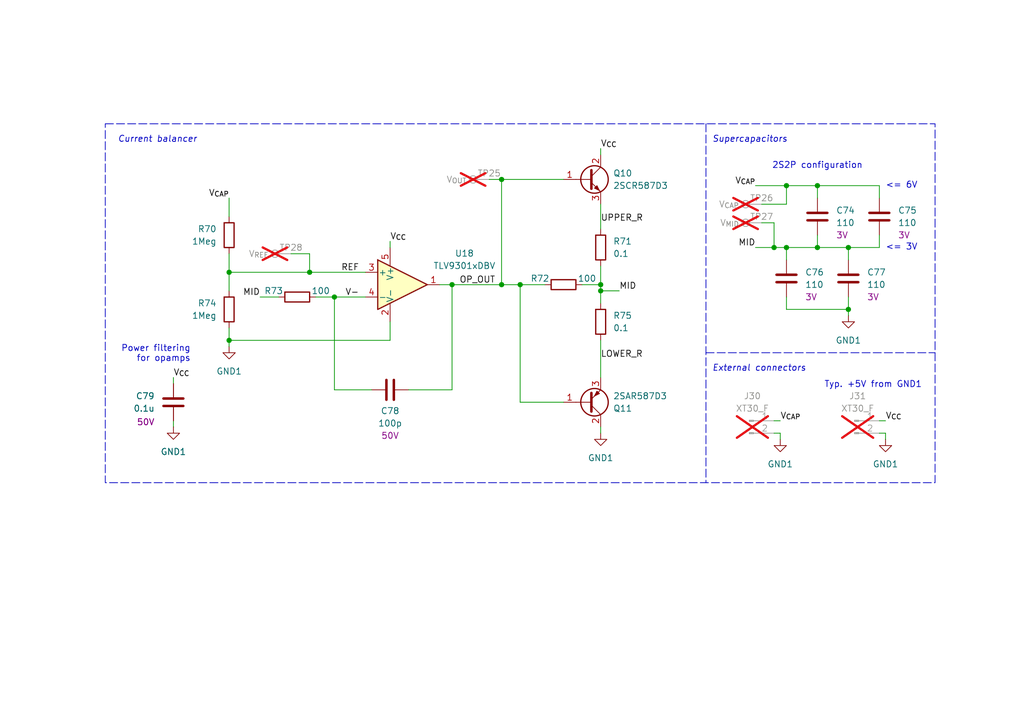
<source format=kicad_sch>
(kicad_sch (version 20250114) (generator "eeschema") (generator_version "9.0")
  (paper "A5")
  (title_block (title "Supercapacitor + Balancing") (date "2025-02-12") (rev "1") (company "UT Robomaster") (comment 1 "Robomaster"))
  (lib_symbols
    (symbol "Amplifier_Operational:TLV9301xDBV" (pin_names (offset 0.127))
      (property "Reference" "U" (at -1.27 6.35 0))
      (property "Value" "TLV9301xDBV" (at -1.27 3.81 0))
      (symbol "TLV9301xDBV_0_1"
        (polyline (pts (xy -5.08 5.08) (xy 5.08 0) (xy -5.08 -5.08) (xy -5.08 5.08)) (stroke (width 0.254)) (fill (type background)))
        (pin power_in line (at -2.54 7.62 270) (length 3.81) (name "V+") (number "5"))
        (pin power_in line (at -2.54 -7.62 90) (length 3.81) (name "V-") (number "2"))
      )
      (symbol "TLV9301xDBV_1_1"
        (pin input line (at -7.62 2.54 0) (length 2.54) (name "+") (number "3"))
        (pin input line (at -7.62 -2.54 0) (length 2.54) (name "-") (number "4"))
        (pin output line (at 7.62 0 180) (length 2.54) (name "~") (number "1"))
      )
    )
    (symbol "Connector:Conn_01x02_Pin" (pin_names (offset 1.016) (hide yes))
      (property "Reference" "J" (at 0 2.54 0))
      (property "Value" "Conn_01x02_Pin" (at 0 -5.08 0))
      (symbol "Conn_01x02_Pin_1_1"
        (rectangle (start 0.8636 0.127) (end 0 -0.127) (stroke (width 0.1524)) (fill (type outline)))
        (rectangle (start 0.8636 -2.413) (end 0 -2.667) (stroke (width 0.1524)) (fill (type outline)))
        (polyline (pts (xy 1.27 0) (xy 0.8636 0)) (stroke (width 0.1524)))
        (polyline (pts (xy 1.27 -2.54) (xy 0.8636 -2.54)) (stroke (width 0.1524)))
        (pin passive line (at 5.08 0 180) (length 3.81) (name "Pin_1") (number "1"))
        (pin passive line (at 5.08 -2.54 180) (length 3.81) (name "Pin_2") (number "2"))
      )
    )
    (symbol "Connector:TestPoint" (pin_numbers (hide yes)) (pin_names (offset 0.762) (hide yes))
      (property "Reference" "TP" (at 0 6.858 0))
      (property "Value" "TestPoint" (at 0 5.08 0))
      (symbol "TestPoint_0_1"
        (circle (center 0 3.302) (radius 0.762))
      )
      (symbol "TestPoint_1_1"
        (pin passive line (at 0 0 90) (length 2.54) (name "1") (number "1"))
      )
    )
    (symbol "Device:C" (pin_numbers (hide yes)) (pin_names (offset 0.254))
      (property "Reference" "C" (at 0.635 2.54 0))
      (property "Value" "C" (at 0.635 -2.54 0))
      (symbol "C_0_1"
        (polyline (pts (xy -2.032 0.762) (xy 2.032 0.762)) (stroke (width 0.508)))
        (polyline (pts (xy -2.032 -0.762) (xy 2.032 -0.762)) (stroke (width 0.508)))
      )
      (symbol "C_1_1"
        (pin passive line (at 0 3.81 270) (length 2.794) (name "~") (number "1"))
        (pin passive line (at 0 -3.81 90) (length 2.794) (name "~") (number "2"))
      )
    )
    (symbol "Device:R" (pin_numbers (hide yes)) (pin_names (offset 0))
      (property "Reference" "R" (at 2.032 0 90))
      (property "Value" "R" (at 0 0 90))
      (symbol "R_0_1"
        (rectangle (start -1.016 -2.54) (end 1.016 2.54) (stroke (width 0.254)))
      )
      (symbol "R_1_1"
        (pin passive line (at 0 3.81 270) (length 1.27) (name "~") (number "1"))
        (pin passive line (at 0 -3.81 90) (length 1.27) (name "~") (number "2"))
      )
    )
    (symbol "Transistor_BJT:Q_NPN_BCE" (pin_names (offset 0) (hide yes))
      (property "Reference" "Q" (at 5.08 1.27 0))
      (property "Value" "Q_NPN_BCE" (at 5.08 -1.27 0))
      (symbol "Q_NPN_BCE_0_1"
        (polyline (pts (xy -2.54 0) (xy 0.635 0)))
        (polyline (pts (xy 0.635 1.905) (xy 0.635 -1.905)) (stroke (width 0.508)))
        (circle (center 1.27 0) (radius 2.8194) (stroke (width 0.254)))
      )
      (symbol "Q_NPN_BCE_1_1"
        (polyline (pts (xy 0.635 0.635) (xy 2.54 2.54)))
        (polyline (pts (xy 0.635 -0.635) (xy 2.54 -2.54)))
        (polyline (pts (xy 1.27 -1.778) (xy 1.778 -1.27) (xy 2.286 -2.286) (xy 1.27 -1.778)) (fill (type outline)))
        (pin input line (at -5.08 0 0) (length 2.54) (name "B") (number "1"))
        (pin passive line (at 2.54 5.08 270) (length 2.54) (name "C") (number "2"))
        (pin passive line (at 2.54 -5.08 90) (length 2.54) (name "E") (number "3"))
      )
    )
    (symbol "Transistor_BJT:Q_PNP_BCE" (pin_names (offset 0) (hide yes))
      (property "Reference" "Q" (at 5.08 1.27 0))
      (property "Value" "Q_PNP_BCE" (at 5.08 -1.27 0))
      (symbol "Q_PNP_BCE_0_1"
        (polyline (pts (xy -2.54 0) (xy 0.635 0)))
        (polyline (pts (xy 0.635 1.905) (xy 0.635 -1.905)) (stroke (width 0.508)))
        (polyline (pts (xy 0.635 0.635) (xy 2.54 2.54)))
        (polyline (pts (xy 0.635 -0.635) (xy 2.54 -2.54)))
        (circle (center 1.27 0) (radius 2.8194) (stroke (width 0.254)))
        (polyline (pts (xy 2.286 -1.778) (xy 1.778 -2.286) (xy 1.27 -1.27) (xy 2.286 -1.778)) (fill (type outline)))
      )
      (symbol "Q_PNP_BCE_1_1"
        (pin input line (at -5.08 0 0) (length 2.54) (name "B") (number "1"))
        (pin passive line (at 2.54 5.08 270) (length 2.54) (name "C") (number "2"))
        (pin passive line (at 2.54 -5.08 90) (length 2.54) (name "E") (number "3"))
      )
    )
    (symbol "power:GND1" (power) (pin_numbers (hide yes)) (pin_names (offset 0) (hide yes))
      (property "Value" "GND1" (at 0 -3.81 0))
      (symbol "GND1_0_1"
        (polyline (pts (xy 0 0) (xy 0 -1.27) (xy 1.27 -1.27) (xy 0 -2.54) (xy -1.27 -1.27) (xy 0 -1.27)))
      )
      (symbol "GND1_1_1"
        (pin power_in line (at 0 0 270) (length 0) (name "~") (number "1"))
      )
    )
  )
  (rectangle (start 21.59 25.4) (end 191.77 99.06) (stroke (width 0) (type dash)))
  (text "External connectors" (at 146.05 74.93 0) (effects (font (size 1.27 1.27) (italic yes)) (justify left top)))
  (text "<= 3V" (at 181.61 50.8 0) (effects (font (size 1.27 1.27)) (justify left)))
  (text "Power filtering\nfor opamps" (at 39.116 72.644 0) (effects (font (size 1.27 1.27)) (justify right)))
  (text "2S2P configuration" (at 167.64 34.798 0) (effects (font (size 1.27 1.27)) (justify bottom)))
  (text "Current balancer" (at 24.13 27.94 0) (effects (font (size 1.27 1.27) (italic yes)) (justify left top)))
  (text "<= 6V" (at 181.61 38.1 0) (effects (font (size 1.27 1.27)) (justify left)))
  (text "Typ. +5V from GND1" (at 179.07 79.756 0) (effects (font (size 1.27 1.27)) (justify bottom)))
  (text "Supercapacitors" (at 146.05 27.94 0) (effects (font (size 1.27 1.27) (italic yes)) (justify left top)))
  (junction (at 158.75 50.8))
  (junction (at 123.19 59.69))
  (junction (at 102.87 58.42))
  (junction (at 161.29 50.8))
  (junction (at 123.19 58.42))
  (junction (at 63.5 55.88))
  (junction (at 106.68 58.42))
  (junction (at 173.99 63.5))
  (junction (at 173.99 50.8))
  (junction (at 92.71 58.42))
  (junction (at 46.99 55.88))
  (junction (at 46.99 69.85))
  (junction (at 68.58 60.96))
  (junction (at 102.87 36.83))
  (junction (at 167.64 50.8))
  (junction (at 161.29 38.1))
  (junction (at 167.64 38.1))
  (wire (pts (xy 160.02 88.9) (xy 160.02 90.17)))
  (wire (pts (xy 102.87 58.42) (xy 106.68 58.42)))
  (wire (pts (xy 181.61 88.9) (xy 181.61 90.17)))
  (wire (pts (xy 68.58 60.96) (xy 74.93 60.96)))
  (wire (pts (xy 92.71 58.42) (xy 92.71 80.01)))
  (wire (pts (xy 167.64 38.1) (xy 167.64 40.64)))
  (wire (pts (xy 180.34 88.9) (xy 181.61 88.9)))
  (wire (pts (xy 123.19 59.69) (xy 123.19 62.23)))
  (wire (pts (xy 161.29 50.8) (xy 161.29 53.34)))
  (wire (pts (xy 106.68 58.42) (xy 111.76 58.42)))
  (wire (pts (xy 115.57 82.55) (xy 106.68 82.55)))
  (wire (pts (xy 173.99 63.5) (xy 173.99 64.77)))
  (wire (pts (xy 161.29 60.96) (xy 161.29 63.5)))
  (polyline (pts (xy 144.78 25.4) (xy 144.78 99.06)) (stroke (width 0) (type dash)))
  (wire (pts (xy 123.19 54.61) (xy 123.19 58.42)))
  (wire (pts (xy 123.19 30.48) (xy 123.19 31.75)))
  (wire (pts (xy 80.01 69.85) (xy 46.99 69.85)))
  (polyline (pts (xy 144.78 72.39) (xy 191.77 72.39)) (stroke (width 0) (type dash)))
  (wire (pts (xy 173.99 50.8) (xy 180.34 50.8)))
  (wire (pts (xy 180.34 50.8) (xy 180.34 48.26)))
  (wire (pts (xy 92.71 58.42) (xy 90.17 58.42)))
  (wire (pts (xy 123.19 58.42) (xy 119.38 58.42)))
  (wire (pts (xy 158.75 45.72) (xy 158.75 50.8)))
  (wire (pts (xy 123.19 69.85) (xy 123.19 77.47)))
  (wire (pts (xy 35.56 86.36) (xy 35.56 87.63)))
  (wire (pts (xy 100.33 36.83) (xy 102.87 36.83)))
  (wire (pts (xy 123.19 58.42) (xy 123.19 59.69)))
  (wire (pts (xy 80.01 66.04) (xy 80.01 69.85)))
  (wire (pts (xy 46.99 67.31) (xy 46.99 69.85)))
  (wire (pts (xy 156.21 45.72) (xy 158.75 45.72)))
  (wire (pts (xy 80.01 49.53) (xy 80.01 50.8)))
  (wire (pts (xy 123.19 87.63) (xy 123.19 88.9)))
  (wire (pts (xy 158.75 50.8) (xy 161.29 50.8)))
  (wire (pts (xy 106.68 82.55) (xy 106.68 58.42)))
  (wire (pts (xy 46.99 69.85) (xy 46.99 71.12)))
  (wire (pts (xy 154.94 50.8) (xy 158.75 50.8)))
  (wire (pts (xy 173.99 53.34) (xy 173.99 50.8)))
  (wire (pts (xy 59.69 52.07) (xy 63.5 52.07)))
  (wire (pts (xy 46.99 52.07) (xy 46.99 55.88)))
  (wire (pts (xy 161.29 38.1) (xy 167.64 38.1)))
  (wire (pts (xy 180.34 86.36) (xy 181.61 86.36)))
  (wire (pts (xy 63.5 52.07) (xy 63.5 55.88)))
  (wire (pts (xy 102.87 36.83) (xy 102.87 58.42)))
  (wire (pts (xy 53.34 60.96) (xy 57.15 60.96)))
  (wire (pts (xy 35.56 77.47) (xy 35.56 78.74)))
  (wire (pts (xy 156.21 41.91) (xy 161.29 41.91)))
  (wire (pts (xy 173.99 63.5) (xy 173.99 60.96)))
  (wire (pts (xy 167.64 50.8) (xy 173.99 50.8)))
  (wire (pts (xy 161.29 63.5) (xy 173.99 63.5)))
  (wire (pts (xy 115.57 36.83) (xy 102.87 36.83)))
  (wire (pts (xy 63.5 55.88) (xy 74.93 55.88)))
  (wire (pts (xy 46.99 55.88) (xy 63.5 55.88)))
  (wire (pts (xy 161.29 50.8) (xy 167.64 50.8)))
  (wire (pts (xy 123.19 59.69) (xy 127 59.69)))
  (wire (pts (xy 161.29 41.91) (xy 161.29 38.1)))
  (wire (pts (xy 158.75 88.9) (xy 160.02 88.9)))
  (wire (pts (xy 123.19 41.91) (xy 123.19 46.99)))
  (wire (pts (xy 154.94 38.1) (xy 161.29 38.1)))
  (wire (pts (xy 180.34 40.64) (xy 180.34 38.1)))
  (wire (pts (xy 68.58 80.01) (xy 76.2 80.01)))
  (wire (pts (xy 68.58 60.96) (xy 68.58 80.01)))
  (wire (pts (xy 83.82 80.01) (xy 92.71 80.01)))
  (wire (pts (xy 46.99 40.64) (xy 46.99 44.45)))
  (wire (pts (xy 46.99 55.88) (xy 46.99 59.69)))
  (wire (pts (xy 158.75 86.36) (xy 160.02 86.36)))
  (wire (pts (xy 64.77 60.96) (xy 68.58 60.96)))
  (wire (pts (xy 92.71 58.42) (xy 102.87 58.42)))
  (wire (pts (xy 167.64 38.1) (xy 180.34 38.1)))
  (wire (pts (xy 167.64 48.26) (xy 167.64 50.8)))
  (label "V-" (at 73.66 60.96 180))
  (label "LOWER_R" (at 123.19 73.66 0))
  (label "V_{CC}" (at 181.61 86.36 0))
  (label "OP_OUT" (at 101.6 58.42 180))
  (label "UPPER_R" (at 123.19 45.72 0))
  (label "MID" (at 127 59.69 0))
  (label "V_{CAP}" (at 154.94 38.1 180))
  (label "MID" (at 154.94 50.8 180))
  (label "MID" (at 53.34 60.96 180))
  (label "V_{CAP}" (at 46.99 40.64 180))
  (label "REF" (at 73.66 55.88 180))
  (label "V_{CC}" (at 35.56 77.47 0))
  (label "V_{CAP}" (at 160.02 86.36 0))
  (label "V_{CC}" (at 123.19 30.48 0))
  (label "V_{CC}" (at 80.01 49.53 0))
  (symbol (lib_id "Connector:TestPoint") (at 59.69 52.07 90) (unit 1) (dnp yes)
    (property "Reference" "TP28" (at 59.69 50.8 90))
    (property "Value" "V_{REF}" (at 55.118 52.07 90) (effects (justify left)))
    (property "Footprint" "TestPoint:TestPoint_Bridge_Pitch2.0mm_Drill0.7mm" (effects (hide yes)))
    (property "Description" "test point" (effects (hide yes)))
  )
  (symbol (lib_id "Device:R") (at 123.19 66.04 0) (unit 1)
    (property "Reference" "R75" (at 125.73 64.7699 0) (effects (justify left)))
    (property "Value" "0.1" (at 125.73 67.3099 0) (effects (justify left)))
    (property "Footprint" "Resistor_SMD:R_1206_3216Metric_Pad1.30x1.75mm_HandSolder" (effects (hide yes)))
    (property "Datasheet" "https://www.eaton.com/content/dam/eaton/products/electronic-components/resources/data-sheet/eaton-mfha-automotive-smd-current-sense-resistor-metal-film-data-sheet-elx1178.pdf" (effects (hide yes)))
    (property "Description" "Resistor" (effects (hide yes)))
    (property "Mouser Part Number" "504-MFHA1206R1000FC" (effects (hide yes)))
  )
  (symbol (lib_id "Amplifier_Operational:TLV9301xDBV") (at 82.55 58.42 0) (unit 1)
    (property "Reference" "U18" (at 95.25 51.9998 0))
    (property "Value" "TLV9301xDBV" (at 95.25 54.5398 0))
    (property "Footprint" "Package_TO_SOT_SMD:SOT-23-5_HandSoldering" (effects (hide yes)))
    (property "Datasheet" "https://www.ti.com/lit/ds/symlink/tlv9301.pdf" (effects (hide yes)))
    (property "Description" "40-V, 1-MHz, RRO Operational Amplifiers for Cost-Sensitive Systems, SOT-23-5" (effects (hide yes)))
    (property "Mouser Part Number" "595-TLV9301IDBVR" (effects (hide yes)))
  )
  (symbol (lib_id "Connector:TestPoint") (at 100.33 36.83 90) (unit 1) (dnp yes)
    (property "Reference" "TP25" (at 100.33 35.56 90))
    (property "Value" "V_{OUT}" (at 95.758 36.83 90) (effects (justify left)))
    (property "Footprint" "TestPoint:TestPoint_Bridge_Pitch2.0mm_Drill0.7mm" (effects (hide yes)))
    (property "Description" "test point" (effects (hide yes)))
  )
  (symbol (lib_id "Device:C") (at 80.01 80.01 90) (unit 1)
    (property "Reference" "C78" (at 80.01 84.328 90))
    (property "Value" "100p" (at 80.01 86.868 90))
    (property "Footprint" "Capacitor_SMD:C_0603_1608Metric_Pad1.08x0.95mm_HandSolder" (effects (hide yes)))
    (property "Description" "Unpolarized capacitor" (effects (hide yes)))
    (property "Mouser Part Number" "77-VJ0603A101KXACBC" (effects (hide yes)))
    (property "Voltage Rating" "50V" (at 80.01 89.408 90))
  )
  (symbol (lib_id "Device:C") (at 161.29 57.15 0) (unit 1)
    (property "Reference" "C76" (at 165.1 55.8799 0) (effects (justify left)))
    (property "Value" "110" (at 165.1 58.4199 0) (effects (justify left)))
    (property "Footprint" "Capacitor_THT:C_Radial_D18.0mm_H35.5mm_P7.50mm" (effects (hide yes)))
    (property "Datasheet" "https://www.mouser.com/datasheet/2/40/AVX_SCC-3084824.pdf" (effects (hide yes)))
    (property "Description" "Supercapacitor" (effects (hide yes)))
    (property "Mouser Part Number" "598-DSF117Q3R0" (effects (hide yes)))
    (property "Voltage Rating" "3V" (at 165.1 60.96 0) (effects (justify left)))
  )
  (symbol (lib_id "power:GND1") (at 46.99 71.12 0) (unit 1)
    (property "Reference" "#PWR0119" (effects (hide yes)))
    (property "Value" "GND1" (at 46.99 76.2 0))
    (property "Description" "Power symbol creates a global label with name \"GND1\" , ground" (effects (hide yes)))
  )
  (symbol (lib_id "Device:C") (at 35.56 82.55 0) (mirror y) (unit 1)
    (property "Reference" "C79" (at 31.75 81.2799 0) (effects (justify left)))
    (property "Value" "0.1u" (at 31.75 83.8199 0) (effects (justify left)))
    (property "Footprint" "Capacitor_SMD:C_0603_1608Metric_Pad1.08x0.95mm_HandSolder" (effects (hide yes)))
    (property "Datasheet" "https://www.mouser.com/datasheet/2/40/KGM_X7R-3223212.pdf" (effects (hide yes)))
    (property "Description" "Unpolarized capacitor" (effects (hide yes)))
    (property "Mouser Part Number" "581-KGM15BR71H104JT" (effects (hide yes)))
    (property "Voltage Rating" "50V" (at 31.75 86.614 0) (effects (justify left)))
  )
  (symbol (lib_id "power:GND1") (at 160.02 90.17 0) (unit 1)
    (property "Reference" "#PWR0122" (effects (hide yes)))
    (property "Value" "GND1" (at 160.02 95.25 0))
    (property "Description" "Power symbol creates a global label with name \"GND1\" , ground" (effects (hide yes)))
  )
  (symbol (lib_id "Connector:Conn_01x02_Pin") (at 175.26 86.36 0) (unit 1) (dnp yes)
    (property "Reference" "J31" (at 175.895 81.28 0))
    (property "Value" "XT30_F" (at 175.895 83.82 0))
    (property "Footprint" "Connector_AMASS:AMASS_XT30U-F_1x02_P5.0mm_Vertical" (effects (hide yes)))
    (property "Description" "Generic connector, single row, 01x02, script generated" (effects (hide yes)))
  )
  (symbol (lib_id "power:GND1") (at 173.99 64.77 0) (unit 1)
    (property "Reference" "#PWR0118" (effects (hide yes)))
    (property "Value" "GND1" (at 173.99 69.85 0))
    (property "Description" "Power symbol creates a global label with name \"GND1\" , ground" (effects (hide yes)))
  )
  (symbol (lib_id "Connector:TestPoint") (at 156.21 41.91 90) (unit 1) (dnp yes)
    (property "Reference" "TP26" (at 156.21 40.64 90))
    (property "Value" "V_{CAP}" (at 151.638 41.91 90) (effects (justify left)))
    (property "Footprint" "TestPoint:TestPoint_Bridge_Pitch2.0mm_Drill0.7mm" (effects (hide yes)))
    (property "Description" "test point" (effects (hide yes)))
  )
  (symbol (lib_id "Device:R") (at 46.99 48.26 0) (mirror y) (unit 1)
    (property "Reference" "R70" (at 44.45 46.9899 0) (effects (justify left)))
    (property "Value" "1Meg" (at 44.45 49.5299 0) (effects (justify left)))
    (property "Footprint" "Resistor_SMD:R_0603_1608Metric_Pad0.98x0.95mm_HandSolder" (effects (hide yes)))
    (property "Datasheet" "https://www.mouser.com/datasheet/2/447/PYu_RC_Group_51_RoHS_L_11-1984063.pdf" (effects (hide yes)))
    (property "Description" "Resistor" (effects (hide yes)))
    (property "Mouser Part Number" "603-RC0603FR-071MP" (effects (hide yes)))
  )
  (symbol (lib_id "Device:C") (at 167.64 44.45 0) (unit 1)
    (property "Reference" "C74" (at 171.45 43.1799 0) (effects (justify left)))
    (property "Value" "110" (at 171.45 45.7199 0) (effects (justify left)))
    (property "Footprint" "Capacitor_THT:C_Radial_D18.0mm_H35.5mm_P7.50mm" (effects (hide yes)))
    (property "Datasheet" "https://www.mouser.com/datasheet/2/40/AVX_SCC-3084824.pdf" (effects (hide yes)))
    (property "Description" "Supercapacitor" (effects (hide yes)))
    (property "Mouser Part Number" "598-DSF117Q3R0" (effects (hide yes)))
    (property "Voltage Rating" "3V" (at 171.45 48.26 0) (effects (justify left)))
  )
  (symbol (lib_id "power:GND1") (at 123.19 88.9 0) (unit 1)
    (property "Reference" "#PWR0121" (effects (hide yes)))
    (property "Value" "GND1" (at 123.19 93.98 0))
    (property "Description" "Power symbol creates a global label with name \"GND1\" , ground" (effects (hide yes)))
  )
  (symbol (lib_id "Connector:Conn_01x02_Pin") (at 153.67 86.36 0) (unit 1) (dnp yes)
    (property "Reference" "J30" (at 154.305 81.28 0))
    (property "Value" "XT30_F" (at 154.305 83.82 0))
    (property "Footprint" "Connector_AMASS:AMASS_XT30U-F_1x02_P5.0mm_Vertical" (effects (hide yes)))
    (property "Description" "Generic connector, single row, 01x02, script generated" (effects (hide yes)))
  )
  (symbol (lib_id "Transistor_BJT:Q_NPN_BCE") (at 120.65 36.83 0) (unit 1)
    (property "Reference" "Q10" (at 125.73 35.5599 0) (effects (justify left)))
    (property "Value" "2SCR587D3" (at 125.73 38.0999 0) (effects (justify left)))
    (property "Footprint" "Package_TO_SOT_SMD:TO-252-2" (effects (hide yes)))
    (property "Datasheet" "https://fscdn.rohm.com/en/products/databook/datasheet/discrete/transistor/bipolar/2scr587d3fratl-e.pdf" (effects (hide yes)))
    (property "Description" "NPN transistor, base/collector/emitter" (effects (hide yes)))
    (property "Mouser Part Number" "755-2SCR587D3FRATL" (effects (hide yes)))
  )
  (symbol (lib_id "Connector:TestPoint") (at 156.21 45.72 90) (unit 1) (dnp yes)
    (property "Reference" "TP27" (at 156.21 44.45 90))
    (property "Value" "V_{MID}" (at 151.638 45.72 90) (effects (justify left)))
    (property "Footprint" "TestPoint:TestPoint_Bridge_Pitch2.0mm_Drill0.7mm" (effects (hide yes)))
    (property "Description" "test point" (effects (hide yes)))
  )
  (symbol (lib_id "Device:C") (at 180.34 44.45 0) (unit 1)
    (property "Reference" "C75" (at 184.15 43.1799 0) (effects (justify left)))
    (property "Value" "110" (at 184.15 45.7199 0) (effects (justify left)))
    (property "Footprint" "Capacitor_THT:C_Radial_D18.0mm_H35.5mm_P7.50mm" (effects (hide yes)))
    (property "Datasheet" "https://www.mouser.com/datasheet/2/40/AVX_SCC-3084824.pdf" (effects (hide yes)))
    (property "Description" "Supercapacitor" (effects (hide yes)))
    (property "Mouser Part Number" "598-DSF117Q3R0" (effects (hide yes)))
    (property "Voltage Rating" "3V" (at 184.15 48.26 0) (effects (justify left)))
  )
  (symbol (lib_id "Device:R") (at 123.19 50.8 0) (unit 1)
    (property "Reference" "R71" (at 125.73 49.5299 0) (effects (justify left)))
    (property "Value" "0.1" (at 125.73 52.0699 0) (effects (justify left)))
    (property "Footprint" "Resistor_SMD:R_1206_3216Metric_Pad1.30x1.75mm_HandSolder" (effects (hide yes)))
    (property "Datasheet" "https://www.eaton.com/content/dam/eaton/products/electronic-components/resources/data-sheet/eaton-mfha-automotive-smd-current-sense-resistor-metal-film-data-sheet-elx1178.pdf" (effects (hide yes)))
    (property "Description" "Resistor" (effects (hide yes)))
    (property "Mouser Part Number" "504-MFHA1206R1000FC" (effects (hide yes)))
  )
  (symbol (lib_id "Device:R") (at 46.99 63.5 0) (mirror y) (unit 1)
    (property "Reference" "R74" (at 44.45 62.2299 0) (effects (justify left)))
    (property "Value" "1Meg" (at 44.45 64.7699 0) (effects (justify left)))
    (property "Footprint" "Resistor_SMD:R_0603_1608Metric_Pad0.98x0.95mm_HandSolder" (effects (hide yes)))
    (property "Datasheet" "https://www.mouser.com/datasheet/2/447/PYu_RC_Group_51_RoHS_L_11-1984063.pdf" (effects (hide yes)))
    (property "Description" "Resistor" (effects (hide yes)))
    (property "Mouser Part Number" "603-RC0603FR-071MP" (effects (hide yes)))
  )
  (symbol (lib_id "Device:R") (at 60.96 60.96 90) (unit 1)
    (property "Reference" "R73" (at 56.134 59.69 90))
    (property "Value" "100" (at 65.786 59.69 90))
    (property "Footprint" "Resistor_SMD:R_0603_1608Metric_Pad0.98x0.95mm_HandSolder" (effects (hide yes)))
    (property "Description" "Resistor" (effects (hide yes)))
    (property "Mouser Part Number" "754-RG1608P-101DT5" (effects (hide yes)))
  )
  (symbol (lib_id "power:GND1") (at 35.56 87.63 0) (unit 1)
    (property "Reference" "#PWR0120" (effects (hide yes)))
    (property "Value" "GND1" (at 35.56 92.71 0))
    (property "Description" "Power symbol creates a global label with name \"GND1\" , ground" (effects (hide yes)))
  )
  (symbol (lib_id "power:GND1") (at 181.61 90.17 0) (unit 1)
    (property "Reference" "#PWR0123" (effects (hide yes)))
    (property "Value" "GND1" (at 181.61 95.25 0))
    (property "Description" "Power symbol creates a global label with name \"GND1\" , ground" (effects (hide yes)))
  )
  (symbol (lib_id "Device:R") (at 115.57 58.42 90) (unit 1)
    (property "Reference" "R72" (at 110.744 57.15 90))
    (property "Value" "100" (at 120.396 57.15 90))
    (property "Footprint" "Resistor_SMD:R_0603_1608Metric_Pad0.98x0.95mm_HandSolder" (effects (hide yes)))
    (property "Description" "Resistor" (effects (hide yes)))
    (property "Mouser Part Number" "754-RG1608P-101DT5" (effects (hide yes)))
  )
  (symbol (lib_id "Transistor_BJT:Q_PNP_BCE") (at 120.65 82.55 0) (mirror x) (unit 1)
    (property "Reference" "Q11" (at 125.73 83.8201 0) (effects (justify left)))
    (property "Value" "2SAR587D3" (at 125.73 81.2801 0) (effects (justify left)))
    (property "Footprint" "Package_TO_SOT_SMD:TO-252-2" (effects (hide yes)))
    (property "Datasheet" "https://fscdn.rohm.com/en/products/databook/datasheet/discrete/transistor/bipolar/2sar587d3fratl-e.pdf" (effects (hide yes)))
    (property "Description" "PNP transistor, base/collector/emitter" (effects (hide yes)))
    (property "Mouser Part Number" "755-2SAR587D3FRATL" (effects (hide yes)))
  )
  (symbol (lib_id "Device:C") (at 173.99 57.15 0) (unit 1)
    (property "Reference" "C77" (at 177.8 55.8799 0) (effects (justify left)))
    (property "Value" "110" (at 177.8 58.4199 0) (effects (justify left)))
    (property "Footprint" "Capacitor_THT:C_Radial_D18.0mm_H35.5mm_P7.50mm" (effects (hide yes)))
    (property "Datasheet" "https://www.mouser.com/datasheet/2/40/AVX_SCC-3084824.pdf" (effects (hide yes)))
    (property "Description" "Supercapacitor" (effects (hide yes)))
    (property "Mouser Part Number" "598-DSF117Q3R0" (effects (hide yes)))
    (property "Voltage Rating" "3V" (at 177.8 60.96 0) (effects (justify left)))
  )
)
</source>
